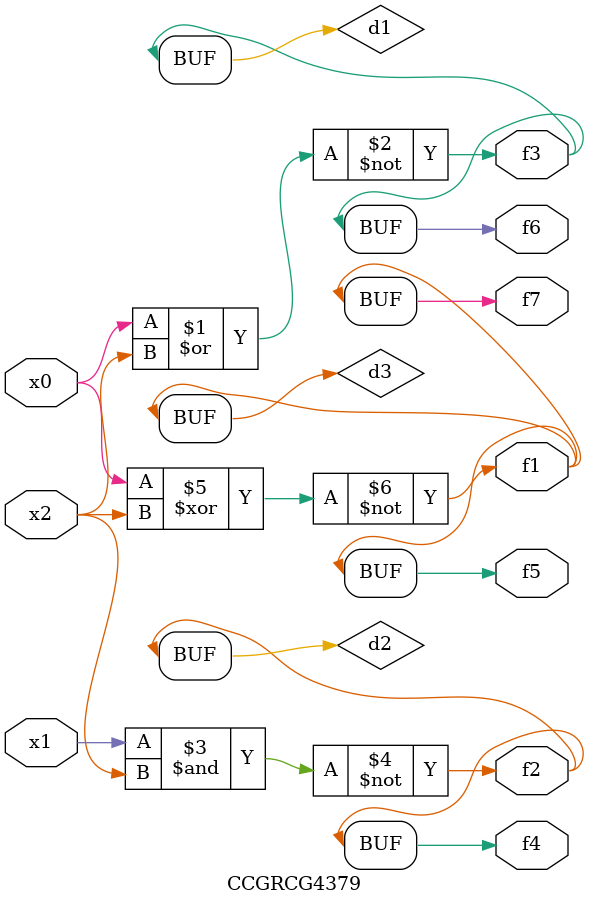
<source format=v>
module CCGRCG4379(
	input x0, x1, x2,
	output f1, f2, f3, f4, f5, f6, f7
);

	wire d1, d2, d3;

	nor (d1, x0, x2);
	nand (d2, x1, x2);
	xnor (d3, x0, x2);
	assign f1 = d3;
	assign f2 = d2;
	assign f3 = d1;
	assign f4 = d2;
	assign f5 = d3;
	assign f6 = d1;
	assign f7 = d3;
endmodule

</source>
